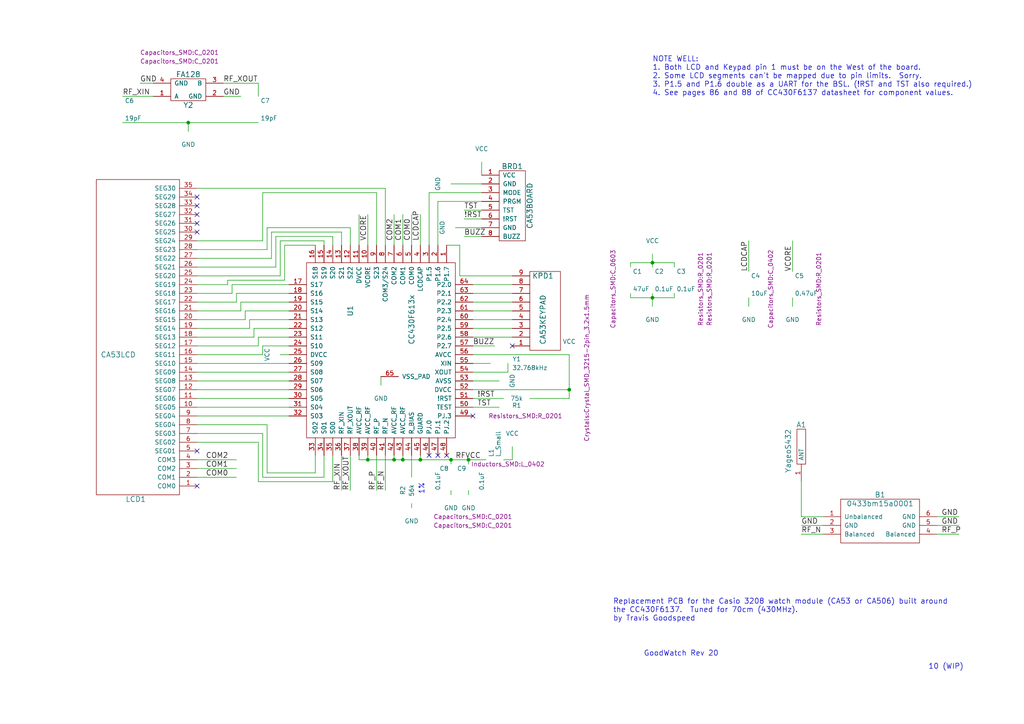
<source format=kicad_sch>
(kicad_sch (version 20230121) (generator eeschema)
  (paper "A4")
  (lib_symbols
    (symbol "goodwatch20:0433bm15a0001" (pin_names (offset 1.016))
      (property "Reference" "U" (at -1.27 10.16 0))
      (property "Value" "0433bm15a0001" (at -1.27 7.62 0))
      (symbol "0433bm15a0001_0_1"
        (rectangle (start -12.7 -3.81) (end 10.16 8.89))
      )
      (symbol "0433bm15a0001_1_1"
        (pin input line (at -17.78 3.81 0) (length 5.08) (name "Unbalanced") (number "1"))
        (pin input line (at -17.78 1.27 0) (length 5.08) (name "GND") (number "2"))
        (pin input line (at -17.78 -1.27 0) (length 5.08) (name "Balanced") (number "3"))
        (pin input line (at 15.24 -1.27 180) (length 5.08) (name "Balanced") (number "4"))
        (pin input line (at 15.24 1.27 180) (length 5.08) (name "GND") (number "5"))
        (pin input line (at 15.24 3.81 180) (length 5.08) (name "GND") (number "6"))
      )
    )
    (symbol "goodwatch20:CA53BOARD" (pin_names (offset 1.016))
      (property "Reference" "BRD" (at 12.7 -7.62 0))
      (property "Value" "CA53BOARD" (at 11.43 17.78 0))
      (symbol "CA53BOARD_0_1"
        (rectangle (start 8.89 -6.35) (end 16.51 13.97))
      )
      (symbol "CA53BOARD_1_1"
        (pin power_out line (at 3.81 12.7 0) (length 5.08) (name "VCC") (number "1"))
        (pin power_out line (at 3.81 10.16 0) (length 5.08) (name "GND") (number "2"))
        (pin output line (at 3.81 7.62 0) (length 5.08) (name "MODE") (number "3"))
        (pin output line (at 3.81 5.08 0) (length 5.08) (name "PRGM") (number "4"))
        (pin input line (at 3.81 2.54 0) (length 5.08) (name "TST") (number "5"))
        (pin input line (at 3.81 0 0) (length 5.08) (name "!RST") (number "6"))
        (pin input line (at 3.81 -2.54 0) (length 5.08) (name "GND") (number "7"))
        (pin input line (at 3.81 -5.08 0) (length 5.08) (name "BUZZ") (number "8"))
      )
    )
    (symbol "goodwatch20:CA53KEYPAD" (pin_names (offset 1.016))
      (property "Reference" "KPD" (at 3.81 -10.16 0))
      (property "Value" "CA53KEYPAD" (at 3.81 2.54 90))
      (symbol "CA53KEYPAD_0_1"
        (rectangle (start 0 11.43) (end 8.89 -11.43))
      )
      (symbol "CA53KEYPAD_1_1"
        (pin input line (at -5.08 10.16 0) (length 5.08) (name "~") (number "1"))
        (pin input line (at -5.08 7.62 0) (length 5.08) (name "~") (number "2"))
        (pin input line (at -5.08 5.08 0) (length 5.08) (name "~") (number "3"))
        (pin input line (at -5.08 2.54 0) (length 5.08) (name "~") (number "4"))
        (pin input line (at -5.08 0 0) (length 5.08) (name "~") (number "5"))
        (pin input line (at -5.08 -2.54 0) (length 5.08) (name "~") (number "6"))
        (pin input line (at -5.08 -5.08 0) (length 5.08) (name "~") (number "7"))
        (pin input line (at -5.08 -7.62 0) (length 5.08) (name "~") (number "8"))
        (pin input line (at -5.08 -10.16 0) (length 5.08) (name "~") (number "9"))
      )
    )
    (symbol "goodwatch20:CA53LCD" (pin_names (offset 1.016))
      (property "Reference" "LCD" (at -5.08 45.72 0))
      (property "Value" "CA53LCD" (at 0 3.81 0))
      (symbol "CA53LCD_0_1"
        (rectangle (start 6.35 -46.99) (end -17.78 44.45))
      )
      (symbol "CA53LCD_1_1"
        (pin input line (at -22.86 41.91 0) (length 5.08) (name "COM0") (number "1"))
        (pin input line (at -22.86 19.05 0) (length 5.08) (name "SEG05") (number "10"))
        (pin input line (at -22.86 16.51 0) (length 5.08) (name "SEG06") (number "11"))
        (pin input line (at -22.86 13.97 0) (length 5.08) (name "SEG07") (number "12"))
        (pin input line (at -22.86 11.43 0) (length 5.08) (name "SEG08") (number "13"))
        (pin input line (at -22.86 8.89 0) (length 5.08) (name "SEG09") (number "14"))
        (pin input line (at -22.86 6.35 0) (length 5.08) (name "SEG10") (number "15"))
        (pin input line (at -22.86 3.81 0) (length 5.08) (name "SEG11") (number "16"))
        (pin input line (at -22.86 1.27 0) (length 5.08) (name "SEG12") (number "17"))
        (pin input line (at -22.86 -1.27 0) (length 5.08) (name "SEG13") (number "18"))
        (pin input line (at -22.86 -3.81 0) (length 5.08) (name "SEG14") (number "19"))
        (pin input line (at -22.86 39.37 0) (length 5.08) (name "COM1") (number "2"))
        (pin input line (at -22.86 -6.35 0) (length 5.08) (name "SEG15") (number "20"))
        (pin input line (at -22.86 -8.89 0) (length 5.08) (name "SEG16") (number "21"))
        (pin input line (at -22.86 -11.43 0) (length 5.08) (name "SEG17") (number "22"))
        (pin input line (at -22.86 -13.97 0) (length 5.08) (name "SEG18") (number "23"))
        (pin input line (at -22.86 -16.51 0) (length 5.08) (name "SEG19") (number "24"))
        (pin input line (at -22.86 -19.05 0) (length 5.08) (name "SEG20") (number "25"))
        (pin input line (at -22.86 -21.59 0) (length 5.08) (name "SEG21") (number "26"))
        (pin input line (at -22.86 -24.13 0) (length 5.08) (name "SEG22") (number "27"))
        (pin input line (at -22.86 -26.67 0) (length 5.08) (name "SEG23") (number "28"))
        (pin input line (at -22.86 -29.21 0) (length 5.08) (name "SEG24") (number "29"))
        (pin input line (at -22.86 36.83 0) (length 5.08) (name "COM2") (number "3"))
        (pin input line (at -22.86 -31.75 0) (length 5.08) (name "SEG25") (number "30"))
        (pin input line (at -22.86 -34.29 0) (length 5.08) (name "SEG26") (number "31"))
        (pin input line (at -22.86 -36.83 0) (length 5.08) (name "SEG27") (number "32"))
        (pin input line (at -22.86 -39.37 0) (length 5.08) (name "SEG28") (number "33"))
        (pin input line (at -22.86 -41.91 0) (length 5.08) (name "SEG29") (number "34"))
        (pin input line (at -22.86 -44.45 0) (length 5.08) (name "SEG30") (number "35"))
        (pin input line (at -22.86 34.29 0) (length 5.08) (name "COM3") (number "4"))
        (pin input line (at -22.86 31.75 0) (length 5.08) (name "SEG01") (number "5"))
        (pin input line (at -22.86 29.21 0) (length 5.08) (name "SEG02") (number "6"))
        (pin input line (at -22.86 26.67 0) (length 5.08) (name "SEG03") (number "7"))
        (pin input line (at -22.86 24.13 0) (length 5.08) (name "SEG04") (number "8"))
        (pin input line (at -22.86 21.59 0) (length 5.08) (name "SEG04") (number "9"))
      )
    )
    (symbol "goodwatch20:CC430F613x" (pin_names (offset 1.016))
      (property "Reference" "U" (at -11.43 -8.89 0))
      (property "Value" "CC430F613x" (at -8.89 8.89 0))
      (symbol "CC430F613x_0_1"
        (rectangle (start 25.4 -21.59) (end -25.4 21.59))
      )
      (symbol "CC430F613x_1_1"
        (pin tri_state line (at -30.48 19.05 0) (length 5.08) (name "P1.7") (number "1"))
        (pin power_out line (at -30.48 -3.81 0) (length 5.08) (name "VCORE") (number "10"))
        (pin power_in line (at -30.48 -6.35 0) (length 5.08) (name "DVCC") (number "11"))
        (pin output line (at -30.48 -8.89 0) (length 5.08) (name "S22") (number "12"))
        (pin output line (at -30.48 -11.43 0) (length 5.08) (name "S21") (number "13"))
        (pin output line (at -30.48 -13.97 0) (length 5.08) (name "S20") (number "14"))
        (pin output line (at -30.48 -16.51 0) (length 5.08) (name "S19") (number "15"))
        (pin output line (at -30.48 -19.05 0) (length 5.08) (name "S18") (number "16"))
        (pin output line (at -19.05 -26.67 90) (length 5.08) (name "S17") (number "17"))
        (pin output line (at -16.51 -26.67 90) (length 5.08) (name "S16") (number "18"))
        (pin output line (at -13.97 -26.67 90) (length 5.08) (name "S15") (number "19"))
        (pin tri_state line (at -30.48 16.51 0) (length 5.08) (name "P1.6") (number "2"))
        (pin output line (at -11.43 -26.67 90) (length 5.08) (name "S14") (number "20"))
        (pin output line (at -8.89 -26.67 90) (length 5.08) (name "S13") (number "21"))
        (pin output line (at -6.35 -26.67 90) (length 5.08) (name "S12") (number "22"))
        (pin output line (at -3.81 -26.67 90) (length 5.08) (name "S11") (number "23"))
        (pin output line (at -1.27 -26.67 90) (length 5.08) (name "S10") (number "24"))
        (pin power_in line (at 1.27 -26.67 90) (length 5.08) (name "DVCC") (number "25"))
        (pin output line (at 3.81 -26.67 90) (length 5.08) (name "S09") (number "26"))
        (pin output line (at 6.35 -26.67 90) (length 5.08) (name "S08") (number "27"))
        (pin output line (at 8.89 -26.67 90) (length 5.08) (name "S07") (number "28"))
        (pin output line (at 11.43 -26.67 90) (length 5.08) (name "S06") (number "29"))
        (pin tri_state line (at -30.48 13.97 0) (length 5.08) (name "P1.5") (number "3"))
        (pin output line (at 13.97 -26.67 90) (length 5.08) (name "S05") (number "30"))
        (pin output line (at 16.51 -26.67 90) (length 5.08) (name "S04") (number "31"))
        (pin output line (at 19.05 -26.67 90) (length 5.08) (name "S03") (number "32"))
        (pin output line (at 30.48 -19.05 180) (length 5.08) (name "S02") (number "33"))
        (pin output line (at 30.48 -16.51 180) (length 5.08) (name "S01") (number "34"))
        (pin output line (at 30.48 -13.97 180) (length 5.08) (name "S00") (number "35"))
        (pin input line (at 30.48 -11.43 180) (length 5.08) (name "RF_XIN") (number "36"))
        (pin input line (at 30.48 -8.89 180) (length 5.08) (name "RF_XOUT") (number "37"))
        (pin power_in line (at 30.48 -6.35 180) (length 5.08) (name "AVCC_RF") (number "38"))
        (pin power_in line (at 30.48 -3.81 180) (length 5.08) (name "AVCC_RF") (number "39"))
        (pin input line (at -30.48 11.43 0) (length 5.08) (name "LCDCAP") (number "4"))
        (pin output line (at 30.48 -1.27 180) (length 5.08) (name "RF_P") (number "40"))
        (pin output line (at 30.48 1.27 180) (length 5.08) (name "RF_N") (number "41"))
        (pin power_in line (at 30.48 3.81 180) (length 5.08) (name "AVCC_RF") (number "42"))
        (pin power_in line (at 30.48 6.35 180) (length 5.08) (name "AVCC_RF") (number "43"))
        (pin input line (at 30.48 8.89 180) (length 5.08) (name "R_BIAS") (number "44"))
        (pin input line (at 30.48 11.43 180) (length 5.08) (name "GUARD") (number "45"))
        (pin tri_state line (at 30.48 13.97 180) (length 5.08) (name "PJ.0") (number "46"))
        (pin tri_state line (at 30.48 16.51 180) (length 5.08) (name "PJ.1") (number "47"))
        (pin tri_state line (at 30.48 19.05 180) (length 5.08) (name "PJ.2") (number "48"))
        (pin tri_state line (at 19.05 26.67 270) (length 5.08) (name "PJ.3") (number "49"))
        (pin output line (at -30.48 8.89 0) (length 5.08) (name "COM0") (number "5"))
        (pin input line (at 16.51 26.67 270) (length 5.08) (name "TEST") (number "50"))
        (pin input line (at 13.97 26.67 270) (length 5.08) (name "!RST") (number "51"))
        (pin power_in line (at 11.43 26.67 270) (length 5.08) (name "DVCC") (number "52"))
        (pin power_in line (at 8.89 26.67 270) (length 5.08) (name "AVSS") (number "53"))
        (pin output line (at 6.35 26.67 270) (length 5.08) (name "XOUT") (number "54"))
        (pin input line (at 3.81 26.67 270) (length 5.08) (name "XIN") (number "55"))
        (pin power_in line (at 1.27 26.67 270) (length 5.08) (name "AVCC") (number "56"))
        (pin tri_state line (at -1.27 26.67 270) (length 5.08) (name "P2.7") (number "57"))
        (pin tri_state line (at -3.81 26.67 270) (length 5.08) (name "P2.6") (number "58"))
        (pin tri_state line (at -6.35 26.67 270) (length 5.08) (name "P2.5") (number "59"))
        (pin output line (at -30.48 6.35 0) (length 5.08) (name "COM1") (number "6"))
        (pin tri_state line (at -8.89 26.67 270) (length 5.08) (name "P2.4") (number "60"))
        (pin tri_state line (at -11.43 26.67 270) (length 5.08) (name "P2.3") (number "61"))
        (pin tri_state line (at -13.97 26.67 270) (length 5.08) (name "P2.2") (number "62"))
        (pin tri_state line (at -16.51 26.67 270) (length 5.08) (name "P2.1") (number "63"))
        (pin tri_state line (at -19.05 26.67 270) (length 5.08) (name "P2.0") (number "64"))
        (pin power_in line (at 7.62 0 90) (length 5.08) (name "VSS_PAD") (number "65"))
        (pin output line (at -30.48 3.81 0) (length 5.08) (name "COM2") (number "7"))
        (pin output line (at -30.48 1.27 0) (length 5.08) (name "COM3/S24") (number "8"))
        (pin output line (at -30.48 -1.27 0) (length 5.08) (name "S23") (number "9"))
      )
    )
    (symbol "goodwatch20:FA128" (pin_names (offset 1.016))
      (property "Reference" "X" (at 0 -5.08 0))
      (property "Value" "FA128" (at 0 3.81 0))
      (symbol "FA128_0_1"
        (rectangle (start -5.08 -3.81) (end 5.08 2.54))
      )
      (symbol "FA128_1_1"
        (pin input line (at -10.16 -2.54 0) (length 5.08) (name "A") (number "1"))
        (pin input line (at 10.16 -2.54 180) (length 5.08) (name "GND") (number "2"))
        (pin input line (at 10.16 1.27 180) (length 5.08) (name "B") (number "3"))
        (pin input line (at -10.16 1.27 0) (length 5.08) (name "GND") (number "4"))
      )
    )
    (symbol "goodwatch20:YageoS432" (pin_names (offset 1.016))
      (property "Reference" "A" (at 0 -7.62 0))
      (property "Value" "YageoS432" (at -3.81 2.54 90))
      (symbol "YageoS432_0_1"
        (rectangle (start -1.27 -1.27) (end 1.27 8.89))
      )
      (symbol "YageoS432_1_1"
        (pin input line (at 0 -6.35 90) (length 5.08) (name "ANT") (number "1"))
      )
    )
  )
  (junction (at 54.61 35.56))
  (junction (at 189.23 76.2))
  (junction (at 130.81 133.35))
  (junction (at 114.3 133.35))
  (junction (at 135.89 133.35))
  (junction (at 106.68 133.35))
  (junction (at 189.23 86.36))
  (junction (at 121.92 133.35))
  (junction (at 116.84 133.35))
  (junction (at 165.1 113.03))
  (no_connect (at 127 132.08))
  (no_connect (at 124.46 132.08))
  (no_connect (at 57.15 57.15))
  (no_connect (at 137.16 120.65))
  (no_connect (at 57.15 140.97))
  (no_connect (at 57.15 62.23))
  (no_connect (at 57.15 130.81))
  (no_connect (at 57.15 67.31))
  (no_connect (at 148.59 100.33))
  (no_connect (at 129.54 132.08))
  (no_connect (at 57.15 59.69))
  (no_connect (at 57.15 64.77))
  (wire (pts (xy 121.92 133.35) (xy 130.81 133.35)))
  (wire (pts (xy 271.78 149.86) (xy 278.13 149.86)))
  (wire (pts (xy 165.1 113.03) (xy 165.1 115.57)))
  (wire (pts (xy 69.85 90.17) (xy 57.15 90.17)))
  (wire (pts (xy 189.23 85.09) (xy 189.23 86.36)))
  (wire (pts (xy 77.47 137.16) (xy 77.47 123.19)))
  (wire (pts (xy 78.74 74.93) (xy 57.15 74.93)))
  (wire (pts (xy 130.81 134.62) (xy 130.81 133.35)))
  (wire (pts (xy 217.17 88.9) (xy 217.17 86.36)))
  (wire (pts (xy 93.98 69.85) (xy 81.28 69.85)))
  (wire (pts (xy 135.89 133.35) (xy 140.97 133.35)))
  (wire (pts (xy 83.82 113.03) (xy 57.15 113.03)))
  (wire (pts (xy 182.88 77.47) (xy 182.88 76.2)))
  (wire (pts (xy 83.82 115.57) (xy 57.15 115.57)))
  (wire (pts (xy 101.6 66.04) (xy 77.47 66.04)))
  (wire (pts (xy 83.82 118.11) (xy 57.15 118.11)))
  (wire (pts (xy 111.76 71.12) (xy 111.76 54.61)))
  (wire (pts (xy 137.16 105.41) (xy 142.24 105.41)))
  (wire (pts (xy 182.88 86.36) (xy 189.23 86.36)))
  (wire (pts (xy 93.98 132.08) (xy 93.98 138.43)))
  (wire (pts (xy 137.16 100.33) (xy 143.51 100.33)))
  (wire (pts (xy 114.3 133.35) (xy 116.84 133.35)))
  (wire (pts (xy 76.2 55.88) (xy 76.2 69.85)))
  (wire (pts (xy 76.2 100.33) (xy 76.2 102.87)))
  (wire (pts (xy 35.56 35.56) (xy 54.61 35.56)))
  (wire (pts (xy 139.7 66.04) (xy 132.08 66.04)))
  (wire (pts (xy 229.87 78.74) (xy 229.87 69.85)))
  (wire (pts (xy 124.46 55.88) (xy 139.7 55.88)))
  (wire (pts (xy 69.85 87.63) (xy 69.85 90.17)))
  (wire (pts (xy 44.45 27.94) (xy 35.56 27.94)))
  (wire (pts (xy 57.15 133.35) (xy 68.58 133.35)))
  (wire (pts (xy 135.89 143.51) (xy 135.89 142.24)))
  (wire (pts (xy 77.47 123.19) (xy 57.15 123.19)))
  (wire (pts (xy 182.88 76.2) (xy 189.23 76.2)))
  (wire (pts (xy 111.76 132.08) (xy 111.76 142.24)))
  (wire (pts (xy 71.12 90.17) (xy 71.12 92.71)))
  (wire (pts (xy 109.22 132.08) (xy 109.22 142.24)))
  (wire (pts (xy 137.16 115.57) (xy 146.05 115.57)))
  (wire (pts (xy 67.31 85.09) (xy 57.15 85.09)))
  (wire (pts (xy 271.78 152.4) (xy 278.13 152.4)))
  (wire (pts (xy 130.81 133.35) (xy 135.89 133.35)))
  (wire (pts (xy 74.93 24.13) (xy 74.93 27.94)))
  (wire (pts (xy 101.6 71.12) (xy 101.6 66.04)))
  (wire (pts (xy 83.82 107.95) (xy 57.15 107.95)))
  (wire (pts (xy 148.59 97.79) (xy 137.16 97.79)))
  (wire (pts (xy 189.23 86.36) (xy 189.23 88.9)))
  (wire (pts (xy 148.59 82.55) (xy 137.16 82.55)))
  (wire (pts (xy 137.16 113.03) (xy 165.1 113.03)))
  (wire (pts (xy 99.06 71.12) (xy 99.06 67.31)))
  (wire (pts (xy 96.52 71.12) (xy 96.52 68.58)))
  (wire (pts (xy 238.76 152.4) (xy 232.41 152.4)))
  (wire (pts (xy 83.82 85.09) (xy 68.58 85.09)))
  (wire (pts (xy 74.93 139.7) (xy 74.93 128.27)))
  (wire (pts (xy 76.2 69.85) (xy 57.15 69.85)))
  (wire (pts (xy 137.16 95.25) (xy 148.59 95.25)))
  (wire (pts (xy 238.76 154.94) (xy 232.41 154.94)))
  (wire (pts (xy 137.16 85.09) (xy 148.59 85.09)))
  (wire (pts (xy 44.45 24.13) (xy 40.64 24.13)))
  (wire (pts (xy 57.15 138.43) (xy 68.58 138.43)))
  (wire (pts (xy 91.44 137.16) (xy 77.47 137.16)))
  (wire (pts (xy 91.44 71.12) (xy 82.55 71.12)))
  (wire (pts (xy 73.66 95.25) (xy 73.66 97.79)))
  (wire (pts (xy 114.3 132.08) (xy 114.3 133.35)))
  (wire (pts (xy 137.16 110.49) (xy 144.78 110.49)))
  (wire (pts (xy 148.59 133.35) (xy 146.05 133.35)))
  (wire (pts (xy 127 58.42) (xy 139.7 58.42)))
  (wire (pts (xy 130.81 143.51) (xy 130.81 142.24)))
  (wire (pts (xy 66.04 82.55) (xy 57.15 82.55)))
  (wire (pts (xy 135.89 134.62) (xy 135.89 133.35)))
  (wire (pts (xy 109.22 71.12) (xy 109.22 55.88)))
  (wire (pts (xy 116.84 133.35) (xy 121.92 133.35)))
  (wire (pts (xy 80.01 77.47) (xy 57.15 77.47)))
  (wire (pts (xy 66.04 81.28) (xy 66.04 82.55)))
  (wire (pts (xy 99.06 132.08) (xy 99.06 142.24)))
  (wire (pts (xy 83.82 97.79) (xy 74.93 97.79)))
  (wire (pts (xy 77.47 66.04) (xy 77.47 72.39)))
  (wire (pts (xy 71.12 92.71) (xy 57.15 92.71)))
  (wire (pts (xy 83.82 82.55) (xy 67.31 82.55)))
  (wire (pts (xy 83.82 92.71) (xy 72.39 92.71)))
  (wire (pts (xy 148.59 80.01) (xy 133.35 80.01)))
  (wire (pts (xy 64.77 24.13) (xy 74.93 24.13)))
  (wire (pts (xy 57.15 105.41) (xy 83.82 105.41)))
  (wire (pts (xy 137.16 118.11) (xy 144.78 118.11)))
  (wire (pts (xy 165.1 115.57) (xy 153.67 115.57)))
  (wire (pts (xy 99.06 67.31) (xy 78.74 67.31)))
  (wire (pts (xy 83.82 90.17) (xy 71.12 90.17)))
  (wire (pts (xy 217.17 78.74) (xy 217.17 69.85)))
  (wire (pts (xy 229.87 86.36) (xy 229.87 88.9)))
  (wire (pts (xy 81.28 80.01) (xy 57.15 80.01)))
  (wire (pts (xy 232.41 139.7) (xy 232.41 149.86)))
  (wire (pts (xy 81.28 102.87) (xy 83.82 102.87)))
  (wire (pts (xy 83.82 100.33) (xy 76.2 100.33)))
  (wire (pts (xy 139.7 53.34) (xy 130.81 53.34)))
  (wire (pts (xy 271.78 154.94) (xy 278.13 154.94)))
  (wire (pts (xy 96.52 139.7) (xy 74.93 139.7)))
  (wire (pts (xy 148.59 133.35) (xy 148.59 129.54)))
  (wire (pts (xy 119.38 147.32) (xy 119.38 146.05)))
  (wire (pts (xy 134.62 68.58) (xy 139.7 68.58)))
  (wire (pts (xy 133.35 71.12) (xy 129.54 71.12)))
  (wire (pts (xy 93.98 71.12) (xy 93.98 69.85)))
  (wire (pts (xy 106.68 62.23) (xy 106.68 71.12)))
  (wire (pts (xy 74.93 100.33) (xy 57.15 100.33)))
  (wire (pts (xy 127 71.12) (xy 127 58.42)))
  (wire (pts (xy 104.14 132.08) (xy 104.14 133.35)))
  (wire (pts (xy 96.52 68.58) (xy 80.01 68.58)))
  (wire (pts (xy 133.35 80.01) (xy 133.35 71.12)))
  (wire (pts (xy 189.23 86.36) (xy 195.58 86.36)))
  (wire (pts (xy 80.01 68.58) (xy 80.01 77.47)))
  (wire (pts (xy 83.82 87.63) (xy 69.85 87.63)))
  (wire (pts (xy 124.46 71.12) (xy 124.46 55.88)))
  (wire (pts (xy 74.93 128.27) (xy 57.15 128.27)))
  (wire (pts (xy 134.62 63.5) (xy 139.7 63.5)))
  (wire (pts (xy 67.31 82.55) (xy 67.31 85.09)))
  (wire (pts (xy 119.38 132.08) (xy 119.38 138.43)))
  (wire (pts (xy 137.16 90.17) (xy 148.59 90.17)))
  (wire (pts (xy 74.93 97.79) (xy 74.93 100.33)))
  (wire (pts (xy 121.92 132.08) (xy 121.92 133.35)))
  (wire (pts (xy 93.98 138.43) (xy 76.2 138.43)))
  (wire (pts (xy 189.23 76.2) (xy 195.58 76.2)))
  (wire (pts (xy 64.77 27.94) (xy 69.85 27.94)))
  (wire (pts (xy 147.32 107.95) (xy 147.32 105.41)))
  (wire (pts (xy 78.74 67.31) (xy 78.74 74.93)))
  (wire (pts (xy 82.55 71.12) (xy 82.55 81.28)))
  (wire (pts (xy 110.49 109.22) (xy 110.49 111.76)))
  (wire (pts (xy 68.58 85.09) (xy 68.58 87.63)))
  (wire (pts (xy 106.68 133.35) (xy 114.3 133.35)))
  (wire (pts (xy 139.7 60.96) (xy 134.62 60.96)))
  (wire (pts (xy 137.16 107.95) (xy 147.32 107.95)))
  (wire (pts (xy 73.66 97.79) (xy 57.15 97.79)))
  (wire (pts (xy 82.55 81.28) (xy 66.04 81.28)))
  (wire (pts (xy 189.23 76.2) (xy 189.23 77.47)))
  (wire (pts (xy 148.59 92.71) (xy 137.16 92.71)))
  (wire (pts (xy 119.38 71.12) (xy 119.38 62.23)))
  (wire (pts (xy 76.2 102.87) (xy 57.15 102.87)))
  (wire (pts (xy 104.14 133.35) (xy 106.68 133.35)))
  (wire (pts (xy 106.68 132.08) (xy 106.68 133.35)))
  (wire (pts (xy 148.59 87.63) (xy 137.16 87.63)))
  (wire (pts (xy 165.1 102.87) (xy 165.1 113.03)))
  (wire (pts (xy 96.52 132.08) (xy 96.52 139.7)))
  (wire (pts (xy 232.41 149.86) (xy 238.76 149.86)))
  (wire (pts (xy 76.2 138.43) (xy 76.2 125.73)))
  (wire (pts (xy 139.7 50.8) (xy 139.7 46.99)))
  (wire (pts (xy 101.6 132.08) (xy 101.6 142.24)))
  (wire (pts (xy 54.61 38.1) (xy 54.61 35.56)))
  (wire (pts (xy 68.58 87.63) (xy 57.15 87.63)))
  (wire (pts (xy 195.58 76.2) (xy 195.58 77.47)))
  (wire (pts (xy 182.88 85.09) (xy 182.88 86.36)))
  (wire (pts (xy 121.92 71.12) (xy 121.92 62.23)))
  (wire (pts (xy 54.61 35.56) (xy 74.93 35.56)))
  (wire (pts (xy 83.82 110.49) (xy 57.15 110.49)))
  (wire (pts (xy 109.22 55.88) (xy 76.2 55.88)))
  (wire (pts (xy 104.14 62.23) (xy 104.14 71.12)))
  (wire (pts (xy 81.28 69.85) (xy 81.28 80.01)))
  (wire (pts (xy 137.16 102.87) (xy 165.1 102.87)))
  (wire (pts (xy 76.2 125.73) (xy 57.15 125.73)))
  (wire (pts (xy 83.82 120.65) (xy 57.15 120.65)))
  (wire (pts (xy 116.84 132.08) (xy 116.84 133.35)))
  (wire (pts (xy 189.23 73.66) (xy 189.23 76.2)))
  (wire (pts (xy 116.84 71.12) (xy 116.84 62.23)))
  (wire (pts (xy 57.15 135.89) (xy 68.58 135.89)))
  (wire (pts (xy 72.39 92.71) (xy 72.39 95.25)))
  (wire (pts (xy 195.58 86.36) (xy 195.58 85.09)))
  (wire (pts (xy 111.76 54.61) (xy 57.15 54.61)))
  (wire (pts (xy 83.82 95.25) (xy 73.66 95.25)))
  (wire (pts (xy 72.39 95.25) (xy 57.15 95.25)))
  (wire (pts (xy 91.44 132.08) (xy 91.44 137.16)))
  (wire (pts (xy 114.3 71.12) (xy 114.3 62.23)))
  (wire (pts (xy 77.47 72.39) (xy 57.15 72.39)))
  (text "Replacement PCB for the Casio 3208 watch module (CA53 or CA506) built around\nthe CC430F6137.  Tuned for 70cm (430MHz).\nby Travis Goodspeed" (at 177.8 180.34 0) (effects (font (size 1.524 1.524)) (justify left bottom)))
  (text "GoodWatch Rev 20" (at 186.69 190.5 0) (effects (font (size 1.524 1.524)) (justify left bottom)))
  (text "10 (WIP)" (at 269.24 194.31 0) (effects (font (size 1.524 1.524)) (justify left bottom)))
  (text "1%" (at 123.19 143.51 90) (effects (font (size 1.524 1.524)) (justify left bottom)))
  (text "NOTE WELL:\n1. Both LCD and Keypad pin 1 must be on the West of the board.\n2. Some LCD segments can't be mapped due to pin limits.  Sorry.\n3. P1.5 and P1.6 double as a UART for the BSL. (!RST and TST also required.)\n4. See pages 86 and 88 of CC430F6137 datasheet for component values." (at 189.23 27.94 0) (effects (font (size 1.524 1.524)) (justify left bottom)))
  (label "RF_N" (at 232.41 154.94 0) (effects (font (size 1.524 1.524))))
  (label "COM1" (at 116.84 69.85 90) (effects (font (size 1.524 1.524))))
  (label "RF_P" (at 273.05 154.94 0) (effects (font (size 1.524 1.524))))
  (label "GND" (at 64.77 27.94 0) (effects (font (size 1.524 1.524))))
  (label "COM0" (at 59.69 138.43 0) (effects (font (size 1.524 1.524))))
  (label "COM2" (at 114.3 69.85 90) (effects (font (size 1.524 1.524))))
  (label "VCORE" (at 106.68 69.85 90) (effects (font (size 1.524 1.524))))
  (label "BUZZ" (at 134.62 68.58 0) (effects (font (size 1.524 1.524))))
  (label "RF_P" (at 109.22 142.24 90) (effects (font (size 1.524 1.524))))
  (label "RF_XOUT" (at 101.6 142.24 90) (effects (font (size 1.524 1.524))))
  (label "RF_XIN" (at 35.56 27.94 0) (effects (font (size 1.524 1.524))))
  (label "VCORE" (at 229.87 78.74 90) (effects (font (size 1.524 1.524))))
  (label "GND" (at 273.05 152.4 0) (effects (font (size 1.524 1.524))))
  (label "COM2" (at 59.69 133.35 0) (effects (font (size 1.524 1.524))))
  (label "!RST" (at 138.43 115.57 0) (effects (font (size 1.524 1.524))))
  (label "LCDCAP" (at 121.92 69.85 90) (effects (font (size 1.524 1.524))))
  (label "TST" (at 138.43 118.11 0) (effects (font (size 1.524 1.524))))
  (label "BUZZ" (at 137.16 100.33 0) (effects (font (size 1.524 1.524))))
  (label "COM1" (at 59.69 135.89 0) (effects (font (size 1.524 1.524))))
  (label "RF_N" (at 111.76 142.24 90) (effects (font (size 1.524 1.524))))
  (label "RF_XIN" (at 99.06 142.24 90) (effects (font (size 1.524 1.524))))
  (label "LCDCAP" (at 217.17 78.74 90) (effects (font (size 1.524 1.524))))
  (label "GND" (at 232.41 152.4 0) (effects (font (size 1.524 1.524))))
  (label "RFVCC" (at 132.08 133.35 0) (effects (font (size 1.524 1.524))))
  (label "RF_XOUT" (at 64.77 24.13 0) (effects (font (size 1.524 1.524))))
  (label "TST" (at 134.62 60.96 0) (effects (font (size 1.524 1.524))))
  (label "!RST" (at 134.62 63.5 0) (effects (font (size 1.524 1.524))))
  (label "GND" (at 40.64 24.13 0) (effects (font (size 1.524 1.524))))
  (label "COM0" (at 119.38 69.85 90) (effects (font (size 1.524 1.524))))
  (label "GND" (at 273.05 149.86 0) (effects (font (size 1.524 1.524))))
  (symbol (lib_id "goodwatch20:CA53LCD") (at 34.29 99.06 180) (unit 1)
    (property "Reference" "LCD1" (at 39.37 144.78 0) (effects (font (size 1.524 1.524))))
    (property "Value" "CA53LCD" (at 34.29 102.87 0) (effects (font (size 1.524 1.524))))
    (property "Footprint" "AAgoodwatch20:ca53lcd" (effects hide))
  )
  (symbol (lib_id "goodwatch20:CC430F613x") (at 110.49 101.6 270) (unit 1)
    (property "Reference" "U1" (at 101.6 90.17 0) (effects (font (size 1.524 1.524))))
    (property "Value" "CC430F613x" (at 119.38 92.71 0) (effects (font (size 1.524 1.524))))
    (property "Footprint" "GoodWatch20:CC430F613x" (effects hide))
  )
  (symbol (lib_id "goodwatch20:CA53KEYPAD") (at 153.67 90.17 0) (mirror x) (unit 1)
    (property "Reference" "KPD1" (at 157.48 80.01 0) (effects (font (size 1.524 1.524))))
    (property "Value" "CA53KEYPAD" (at 157.48 92.71 90) (effects (font (size 1.524 1.524))))
    (property "Footprint" "GoodWatch20:ca53keypad" (effects hide))
  )
  (symbol (lib_id "goodwatch20:CA53BOARD") (at 135.89 63.5 0) (unit 1)
    (property "Reference" "BRD1" (at 148.59 48.26 0) (effects (font (size 1.524 1.524))))
    (property "Value" "CA53BOARD" (at 153.67 59.69 90) (effects (font (size 1.524 1.524))))
    (property "Footprint" "GoodWatch20:ca53board" (effects hide))
  )
  (symbol (lib_id "GND") (at 110.49 111.76 0) (unit 1)
    (property "Reference" "#PWR01" (effects hide))
    (property "Value" "GND" (at 110.49 115.57 0))
  )
  (symbol (lib_id "GND") (at 130.81 53.34 270) (unit 1)
    (property "Reference" "#PWR02" (effects hide))
    (property "Value" "GND" (at 127 53.34 0))
  )
  (symbol (lib_id "VCC") (at 139.7 46.99 0) (unit 1)
    (property "Reference" "#PWR03" (effects hide))
    (property "Value" "VCC" (at 139.7 43.18 0))
  )
  (symbol (lib_id "VCC") (at 104.14 62.23 0) (unit 1)
    (property "Reference" "#PWR04" (effects hide))
    (property "Value" "VCC" (at 104.14 58.42 0))
  )
  (symbol (lib_id "VCC") (at 165.1 102.87 0) (unit 1)
    (property "Reference" "#PWR05" (effects hide))
    (property "Value" "VCC" (at 165.1 99.06 0))
  )
  (symbol (lib_id "Crystal_Small") (at 144.78 105.41 0) (unit 1)
    (property "Reference" "Y1" (at 149.86 104.14 0))
    (property "Value" "32.768kHz" (at 153.67 106.68 0))
    (property "Footprint" "Crystals:Crystal_SMD_3215-2pin_3.2x1.5mm" (at 170.18 106.68 90))
  )
  (symbol (lib_id "GND") (at 144.78 110.49 90) (unit 1)
    (property "Reference" "#PWR06" (effects hide))
    (property "Value" "GND" (at 148.59 110.49 0))
  )
  (symbol (lib_id "VCC") (at 81.28 102.87 90) (unit 1)
    (property "Reference" "#PWR07" (effects hide))
    (property "Value" "VCC" (at 77.47 102.87 0))
  )
  (symbol (lib_id "C") (at 182.88 81.28 0) (unit 1)
    (property "Reference" "C1" (at 183.515 78.74 0) (effects (justify left)))
    (property "Value" "47uF" (at 183.515 83.82 0) (effects (justify left)))
    (property "Footprint" "Capacitors_SMD:C_0603" (at 177.8 83.82 90))
  )
  (symbol (lib_id "C") (at 189.23 81.28 0) (unit 1)
    (property "Reference" "C2" (at 189.865 78.74 0) (effects (justify left)))
    (property "Value" "0.1uF" (at 189.865 83.82 0) (effects (justify left)))
    (property "Footprint" "Resistors_SMD:R_0201" (at 203.2 83.82 90))
  )
  (symbol (lib_id "C") (at 195.58 81.28 0) (unit 1)
    (property "Reference" "C3" (at 196.215 78.74 0) (effects (justify left)))
    (property "Value" "0.1uF" (at 196.215 83.82 0) (effects (justify left)))
    (property "Footprint" "Resistors_SMD:R_0201" (at 205.74 83.82 90))
  )
  (symbol (lib_id "VCC") (at 189.23 73.66 0) (unit 1)
    (property "Reference" "#PWR08" (effects hide))
    (property "Value" "VCC" (at 189.23 69.85 0))
  )
  (symbol (lib_id "GND") (at 189.23 88.9 0) (unit 1)
    (property "Reference" "#PWR09" (effects hide))
    (property "Value" "GND" (at 189.23 92.71 0))
  )
  (symbol (lib_id "C") (at 217.17 82.55 0) (unit 1)
    (property "Reference" "C4" (at 217.805 80.01 0) (effects (justify left)))
    (property "Value" "10uF" (at 217.805 85.09 0) (effects (justify left)))
    (property "Footprint" "Capacitors_SMD:C_0402" (at 223.52 83.82 90))
  )
  (symbol (lib_id "GND") (at 217.17 88.9 0) (unit 1)
    (property "Reference" "#PWR010" (effects hide))
    (property "Value" "GND" (at 217.17 92.71 0))
  )
  (symbol (lib_id "C") (at 229.87 82.55 0) (unit 1)
    (property "Reference" "C5" (at 230.505 80.01 0) (effects (justify left)))
    (property "Value" "0.47uF" (at 230.505 85.09 0) (effects (justify left)))
    (property "Footprint" "Resistors_SMD:R_0201" (at 237.49 83.82 90))
  )
  (symbol (lib_id "GND") (at 229.87 88.9 0) (unit 1)
    (property "Reference" "#PWR011" (effects hide))
    (property "Value" "GND" (at 229.87 92.71 0))
  )
  (symbol (lib_id "goodwatch20:0433bm15a0001") (at 256.54 153.67 0) (unit 1)
    (property "Reference" "B1" (at 255.27 143.51 0) (effects (font (size 1.524 1.524))))
    (property "Value" "0433bm15a0001" (at 255.27 146.05 0) (effects (font (size 1.524 1.524))))
    (property "Footprint" "GoodWatch20:0433bm15a0001" (effects hide))
  )
  (symbol (lib_id "goodwatch20:YageoS432") (at 232.41 133.35 0) (unit 1)
    (property "Reference" "A1" (at 232.41 123.19 0) (effects (font (size 1.524 1.524))))
    (property "Value" "YageoS432" (at 228.6 130.81 90) (effects (font (size 1.524 1.524))))
    (property "Footprint" "GoodWatch20:YageoS432" (effects hide))
  )
  (symbol (lib_id "R") (at 119.38 142.24 0) (unit 1)
    (property "Reference" "R2" (at 116.84 142.24 90))
    (property "Value" "56k" (at 119.38 142.24 90))
    (property "Footprint" "Resistors_SMD:R_0201" (effects hide))
  )
  (symbol (lib_id "GND") (at 119.38 147.32 0) (unit 1)
    (property "Reference" "#PWR012" (effects hide))
    (property "Value" "GND" (at 119.38 151.13 0))
  )
  (symbol (lib_id "goodwatch20:FA128") (at 54.61 25.4 0) (unit 1)
    (property "Reference" "Y2" (at 54.61 30.48 0) (effects (font (size 1.524 1.524))))
    (property "Value" "FA128" (at 54.61 21.59 0) (effects (font (size 1.524 1.524))))
    (property "Footprint" "GoodWatch20:FA128" (effects hide))
  )
  (symbol (lib_id "C") (at 35.56 31.75 0) (unit 1)
    (property "Reference" "C6" (at 36.195 29.21 0) (effects (justify left)))
    (property "Value" "19pF" (at 36.195 34.29 0) (effects (justify left)))
    (property "Footprint" "Capacitors_SMD:C_0201" (at 52.07 17.78 0))
  )
  (symbol (lib_id "C") (at 74.93 31.75 0) (unit 1)
    (property "Reference" "C7" (at 75.565 29.21 0) (effects (justify left)))
    (property "Value" "19pF" (at 75.565 34.29 0) (effects (justify left)))
    (property "Footprint" "Capacitors_SMD:C_0201" (at 52.07 15.24 0))
  )
  (symbol (lib_id "GND") (at 54.61 38.1 0) (unit 1)
    (property "Reference" "#PWR013" (effects hide))
    (property "Value" "GND" (at 54.61 41.91 0))
  )
  (symbol (lib_id "R") (at 149.86 115.57 270) (unit 1)
    (property "Reference" "R1" (at 149.86 117.602 90))
    (property "Value" "75k" (at 149.86 115.57 90))
    (property "Footprint" "Resistors_SMD:R_0201" (at 152.4 120.65 90))
  )
  (symbol (lib_id "L_Small") (at 143.51 133.35 90) (unit 1)
    (property "Reference" "L1" (at 142.494 132.588 0) (effects (justify left)))
    (property "Value" "L_Small" (at 144.526 132.588 0) (effects (justify left)))
    (property "Footprint" "Inductors_SMD:L_0402" (at 147.32 134.62 90))
  )
  (symbol (lib_id "VCC") (at 148.59 129.54 0) (unit 1)
    (property "Reference" "#PWR014" (effects hide))
    (property "Value" "VCC" (at 148.59 125.73 0))
  )
  (symbol (lib_id "C") (at 130.81 138.43 0) (mirror y) (unit 1)
    (property "Reference" "C8" (at 130.175 135.89 0) (effects (justify left)))
    (property "Value" "0.1uF" (at 127 142.24 90) (effects (justify left)))
    (property "Footprint" "Capacitors_SMD:C_0201" (at 137.16 152.4 0))
  )
  (symbol (lib_id "C") (at 135.89 138.43 0) (mirror y) (unit 1)
    (property "Reference" "C9" (at 135.255 135.89 0) (effects (justify left)))
    (property "Value" "0.1uF" (at 139.7 142.24 90) (effects (justify left)))
    (property "Footprint" "Capacitors_SMD:C_0201" (at 137.16 149.86 0))
  )
  (symbol (lib_id "GND") (at 130.81 143.51 0) (unit 1)
    (property "Reference" "#PWR015" (effects hide))
    (property "Value" "GND" (at 130.81 147.32 0))
  )
  (symbol (lib_id "GND") (at 135.89 143.51 0) (unit 1)
    (property "Reference" "#PWR016" (effects hide))
    (property "Value" "GND" (at 135.89 147.32 0))
  )
  (symbol (lib_id "GND") (at 132.08 66.04 270) (unit 1)
    (property "Reference" "#PWR017" (effects hide))
    (property "Value" "GND" (at 128.27 66.04 0))
  )
)
</source>
